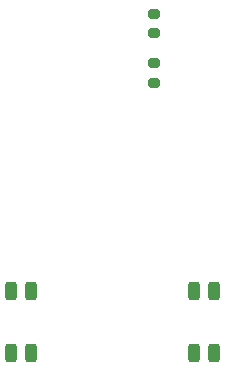
<source format=gbr>
%TF.GenerationSoftware,KiCad,Pcbnew,6.0.11-2627ca5db0~126~ubuntu22.04.1*%
%TF.CreationDate,2023-02-19T20:25:04+09:00*%
%TF.ProjectId,QuickPass,51756963-6b50-4617-9373-2e6b69636164,rev?*%
%TF.SameCoordinates,Original*%
%TF.FileFunction,Paste,Top*%
%TF.FilePolarity,Positive*%
%FSLAX46Y46*%
G04 Gerber Fmt 4.6, Leading zero omitted, Abs format (unit mm)*
G04 Created by KiCad (PCBNEW 6.0.11-2627ca5db0~126~ubuntu22.04.1) date 2023-02-19 20:25:04*
%MOMM*%
%LPD*%
G01*
G04 APERTURE LIST*
G04 Aperture macros list*
%AMRoundRect*
0 Rectangle with rounded corners*
0 $1 Rounding radius*
0 $2 $3 $4 $5 $6 $7 $8 $9 X,Y pos of 4 corners*
0 Add a 4 corners polygon primitive as box body*
4,1,4,$2,$3,$4,$5,$6,$7,$8,$9,$2,$3,0*
0 Add four circle primitives for the rounded corners*
1,1,$1+$1,$2,$3*
1,1,$1+$1,$4,$5*
1,1,$1+$1,$6,$7*
1,1,$1+$1,$8,$9*
0 Add four rect primitives between the rounded corners*
20,1,$1+$1,$2,$3,$4,$5,0*
20,1,$1+$1,$4,$5,$6,$7,0*
20,1,$1+$1,$6,$7,$8,$9,0*
20,1,$1+$1,$8,$9,$2,$3,0*%
G04 Aperture macros list end*
%ADD10RoundRect,0.200000X-0.275000X0.200000X-0.275000X-0.200000X0.275000X-0.200000X0.275000X0.200000X0*%
%ADD11RoundRect,0.250000X-0.250000X-0.525000X0.250000X-0.525000X0.250000X0.525000X-0.250000X0.525000X0*%
%ADD12RoundRect,0.200000X0.275000X-0.200000X0.275000X0.200000X-0.275000X0.200000X-0.275000X-0.200000X0*%
G04 APERTURE END LIST*
D10*
%TO.C,R1*%
X113500000Y-93140000D03*
X113500000Y-94790000D03*
%TD*%
D11*
%TO.C,SW1*%
X118600000Y-116628000D03*
X118600000Y-121878000D03*
X116900000Y-116628000D03*
X116900000Y-121878000D03*
%TD*%
D12*
%TO.C,R2*%
X113500000Y-98980000D03*
X113500000Y-97330000D03*
%TD*%
D11*
%TO.C,SW2*%
X103100000Y-116628000D03*
X103100000Y-121878000D03*
X101400000Y-116628000D03*
X101400000Y-121878000D03*
%TD*%
M02*

</source>
